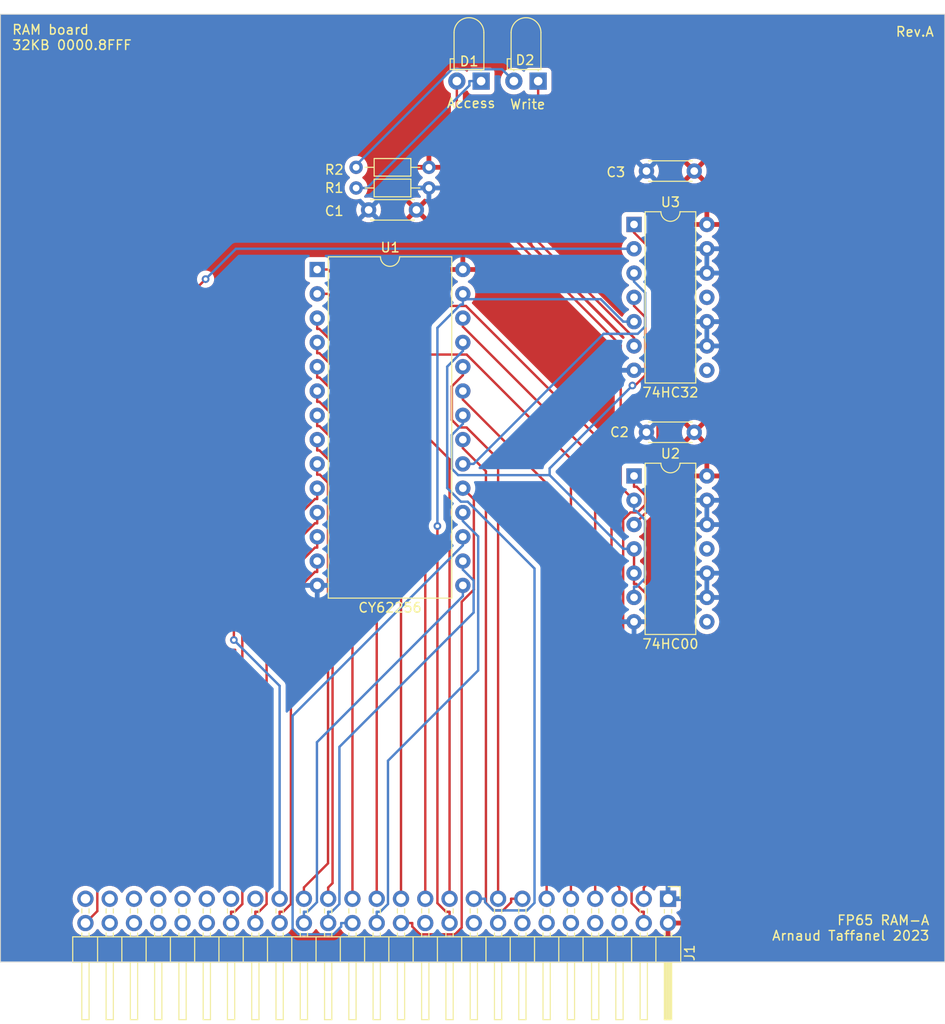
<source format=kicad_pcb>
(kicad_pcb (version 20221018) (generator pcbnew)
  (layers (0 "F.Cu" signal) (31 "B.Cu" signal) (34 "B.Paste" user) (35 "F.Paste" user) (36 "B.SilkS" user "B.Silkscreen") (37 "F.SilkS" user "F.Silkscreen") (38 "B.Mask" user) (39 "F.Mask" user) (44 "Edge.Cuts" user))
  (net 0 "")
  (net 1 "VCC")
  (net 2 "GND")
  (net 3 "/A15")
  (net 4 "/CLK")
  (net 5 "/A14")
  (net 7 "/A13")
  (net 9 "/A12")
  (net 11 "/A11")
  (net 13 "/A10")
  (net 15 "/A9")
  (net 17 "/A8")
  (net 19 "/A7")
  (net 20 "/R{slash}~{W}")
  (net 21 "/A6")
  (net 23 "/A5")
  (net 24 "/D7")
  (net 25 "/A4")
  (net 26 "/D6")
  (net 27 "/A3")
  (net 28 "/D5")
  (net 29 "/A2")
  (net 30 "/D4")
  (net 31 "/A1")
  (net 32 "/D3")
  (net 33 "/A0")
  (net 34 "/D2")
  (net 36 "/D1")
  (net 38 "/D0")
  (net 50 "Net-(U1-~{CS})")
  (net 51 "Net-(U2-Pad3)")
  (net 54 "/~{BUS_SEL}")
  (net 57 "Net-(D1-K)")
  (net 58 "Net-(D1-A)")
  (net 59 "Net-(D2-K)")
  (net 60 "Net-(D2-A)")
  (footprint "Package_DIP:DIP-28_W15.24mm" (layer "F.Cu") (at 140.584 78.496)
    (fp_text reference "U1" (at 7.635 -2.301) (layer "F.SilkS"))
    (fp_text value "CY62256" (at 7.62 35.35) (layer "F.SilkS"))
    (pad "1" thru_hole rect (at 0 0) (size 1.6 1.6) (drill 0.8) (layers "*.Cu" "*.Mask") (net 5 "/A14"))
    (pad "2" thru_hole oval (at 0 2.54) (size 1.6 1.6) (drill 0.8) (layers "*.Cu" "*.Mask") (net 9 "/A12"))
    (pad "3" thru_hole oval (at 0 5.08) (size 1.6 1.6) (drill 0.8) (layers "*.Cu" "*.Mask") (net 19 "/A7"))
    (pad "4" thru_hole oval (at 0 7.62) (size 1.6 1.6) (drill 0.8) (layers "*.Cu" "*.Mask") (net 21 "/A6"))
    (pad "5" thru_hole oval (at 0 10.16) (size 1.6 1.6) (drill 0.8) (layers "*.Cu" "*.Mask") (net 23 "/A5"))
    (pad "6" thru_hole oval (at 0 12.7) (size 1.6 1.6) (drill 0.8) (layers "*.Cu" "*.Mask") (net 25 "/A4"))
    (pad "7" thru_hole oval (at 0 15.24) (size 1.6 1.6) (drill 0.8) (layers "*.Cu" "*.Mask") (net 27 "/A3"))
    (pad "8" thru_hole oval (at 0 17.78) (size 1.6 1.6) (drill 0.8) (layers "*.Cu" "*.Mask") (net 29 "/A2"))
    (pad "9" thru_hole oval (at 0 20.32) (size 1.6 1.6) (drill 0.8) (layers "*.Cu" "*.Mask") (net 31 "/A1"))
    (pad "10" thru_hole oval (at 0 22.86) (size 1.6 1.6) (drill 0.8) (layers "*.Cu" "*.Mask") (net 33 "/A0"))
    (pad "11" thru_hole oval (at 0 25.4) (size 1.6 1.6) (drill 0.8) (layers "*.Cu" "*.Mask") (net 38 "/D0"))
    (pad "12" thru_hole oval (at 0 27.94) (size 1.6 1.6) (drill 0.8) (layers "*.Cu" "*.Mask") (net 36 "/D1"))
    (pad "13" thru_hole oval (at 0 30.48) (size 1.6 1.6) (drill 0.8) (layers "*.Cu" "*.Mask") (net 34 "/D2"))
    (pad "14" thru_hole oval (at 0 33.02) (size 1.6 1.6) (drill 0.8) (layers "*.Cu" "*.Mask") (net 2 "GND"))
    (pad "15" thru_hole oval (at 15.24 33.02) (size 1.6 1.6) (drill 0.8) (layers "*.Cu" "*.Mask") (net 32 "/D3"))
    (pad "16" thru_hole oval (at 15.24 30.48) (size 1.6 1.6) (drill 0.8) (layers "*.Cu" "*.Mask") (net 30 "/D4"))
    (pad "17" thru_hole oval (at 15.24 27.94) (size 1.6 1.6) (drill 0.8) (layers "*.Cu" "*.Mask") (net 28 "/D5"))
    (pad "18" thru_hole oval (at 15.24 25.4) (size 1.6 1.6) (drill 0.8) (layers "*.Cu" "*.Mask") (net 26 "/D6"))
    (pad "19" thru_hole oval (at 15.24 22.86) (size 1.6 1.6) (drill 0.8) (layers "*.Cu" "*.Mask") (net 24 "/D7"))
    (pad "20" thru_hole oval (at 15.24 20.32) (size 1.6 1.6) (drill 0.8) (layers "*.Cu" "*.Mask") (net 50 "Net-(U1-~{CS})"))
    (pad "21" thru_hole oval (at 15.24 17.78) (size 1.6 1.6) (drill 0.8) (layers "*.Cu" "*.Mask") (net 13 "/A10"))
    (pad "22" thru_hole oval (at 15.24 15.24) (size 1.6 1.6) (drill 0.8) (layers "*.Cu" "*.Mask") (net 3 "/A15"))
    (pad "23" thru_hole oval (at 15.24 12.7) (size 1.6 1.6) (drill 0.8) (layers "*.Cu" "*.Mask") (net 11 "/A11"))
    (pad "24" thru_hole oval (at 15.24 10.16) (size 1.6 1.6) (drill 0.8) (layers "*.Cu" "*.Mask") (net 15 "/A9"))
    (pad "25" thru_hole oval (at 15.24 7.62) (size 1.6 1.6) (drill 0.8) (layers "*.Cu" "*.Mask") (net 17 "/A8"))
    (pad "26" thru_hole oval (at 15.24 5.08) (size 1.6 1.6) (drill 0.8) (layers "*.Cu" "*.Mask") (net 7 "/A13"))
    (pad "27" thru_hole oval (at 15.24 2.54) (size 1.6 1.6) (drill 0.8) (layers "*.Cu" "*.Mask") (net 20 "/R{slash}~{W}"))
    (pad "28" thru_hole oval (at 15.24 0) (size 1.6 1.6) (drill 0.8) (layers "*.Cu" "*.Mask") (net 1 "VCC"))
  )
  (footprint "Connector_PinHeader_2.54mm:PinHeader_2x25_P2.54mm_Horizontal" (layer "F.Cu") (at 177.292 144.272 -90)
    (fp_text reference "J1" (at 5.655 -2.27 90) (layer "F.SilkS"))
    (fp_text value "~")
    (pad "1" thru_hole rect (at 0 0 270) (size 1.7 1.7) (drill 1) (layers "*.Cu" "*.Mask") (net 2 "GND"))
    (pad "2" thru_hole oval (at 2.54 0 270) (size 1.7 1.7) (drill 1) (layers "*.Cu" "*.Mask") (net 1 "VCC"))
    (pad "3" thru_hole oval (at 0 2.54 270) (size 1.7 1.7) (drill 1) (layers "*.Cu" "*.Mask") (net 3 "/A15"))
    (pad "4" thru_hole oval (at 2.54 2.54 270) (size 1.7 1.7) (drill 1) (layers "*.Cu" "*.Mask") (net 4 "/CLK"))
    (pad "5" thru_hole oval (at 0 5.08 270) (size 1.7 1.7) (drill 1) (layers "*.Cu" "*.Mask") (net 5 "/A14"))
    (pad "6" thru_hole oval (at 2.54 5.08 270) (size 1.7 1.7) (drill 1) (layers "*.Cu" "*.Mask"))
    (pad "7" thru_hole oval (at 0 7.62 270) (size 1.7 1.7) (drill 1) (layers "*.Cu" "*.Mask") (net 7 "/A13"))
    (pad "8" thru_hole oval (at 2.54 7.62 270) (size 1.7 1.7) (drill 1) (layers "*.Cu" "*.Mask"))
    (pad "9" thru_hole oval (at 0 10.16 270) (size 1.7 1.7) (drill 1) (layers "*.Cu" "*.Mask") (net 9 "/A12"))
    (pad "10" thru_hole oval (at 2.54 10.16 270) (size 1.7 1.7) (drill 1) (layers "*.Cu" "*.Mask"))
    (pad "11" thru_hole oval (at 0 12.7 270) (size 1.7 1.7) (drill 1) (layers "*.Cu" "*.Mask") (net 11 "/A11"))
    (pad "12" thru_hole oval (at 2.54 12.7 270) (size 1.7 1.7) (drill 1) (layers "*.Cu" "*.Mask"))
    (pad "13" thru_hole oval (at 0 15.24 270) (size 1.7 1.7) (drill 1) (layers "*.Cu" "*.Mask") (net 13 "/A10"))
    (pad "14" thru_hole oval (at 2.54 15.24 270) (size 1.7 1.7) (drill 1) (layers "*.Cu" "*.Mask"))
    (pad "15" thru_hole oval (at 0 17.78 270) (size 1.7 1.7) (drill 1) (layers "*.Cu" "*.Mask") (net 15 "/A9"))
    (pad "16" thru_hole oval (at 2.54 17.78 270) (size 1.7 1.7) (drill 1) (layers "*.Cu" "*.Mask"))
    (pad "17" thru_hole oval (at 0 20.32 270) (size 1.7 1.7) (drill 1) (layers "*.Cu" "*.Mask") (net 17 "/A8"))
    (pad "18" thru_hole oval (at 2.54 20.32 270) (size 1.7 1.7) (drill 1) (layers "*.Cu" "*.Mask"))
    (pad "19" thru_hole oval (at 0 22.86 270) (size 1.7 1.7) (drill 1) (layers "*.Cu" "*.Mask") (net 19 "/A7"))
    (pad "20" thru_hole oval (at 2.54 22.86 270) (size 1.7 1.7) (drill 1) (layers "*.Cu" "*.Mask") (net 20 "/R{slash}~{W}"))
    (pad "21" thru_hole oval (at 0 25.4 270) (size 1.7 1.7) (drill 1) (layers "*.Cu" "*.Mask") (net 21 "/A6"))
    (pad "22" thru_hole oval (at 2.54 25.4 270) (size 1.7 1.7) (drill 1) (layers "*.Cu" "*.Mask"))
    (pad "23" thru_hole oval (at 0 27.94 270) (size 1.7 1.7) (drill 1) (layers "*.Cu" "*.Mask") (net 23 "/A5"))
    (pad "24" thru_hole oval (at 2.54 27.94 270) (size 1.7 1.7) (drill 1) (layers "*.Cu" "*.Mask") (net 24 "/D7"))
    (pad "25" thru_hole oval (at 0 30.48 270) (size 1.7 1.7) (drill 1) (layers "*.Cu" "*.Mask") (net 25 "/A4"))
    (pad "26" thru_hole oval (at 2.54 30.48 270) (size 1.7 1.7) (drill 1) (layers "*.Cu" "*.Mask") (net 26 "/D6"))
    (pad "27" thru_hole oval (at 0 33.02 270) (size 1.7 1.7) (drill 1) (layers "*.Cu" "*.Mask") (net 27 "/A3"))
    (pad "28" thru_hole oval (at 2.54 33.02 270) (size 1.7 1.7) (drill 1) (layers "*.Cu" "*.Mask") (net 28 "/D5"))
    (pad "29" thru_hole oval (at 0 35.56 270) (size 1.7 1.7) (drill 1) (layers "*.Cu" "*.Mask") (net 29 "/A2"))
    (pad "30" thru_hole oval (at 2.54 35.56 270) (size 1.7 1.7) (drill 1) (layers "*.Cu" "*.Mask") (net 30 "/D4"))
    (pad "31" thru_hole oval (at 0 38.1 270) (size 1.7 1.7) (drill 1) (layers "*.Cu" "*.Mask") (net 31 "/A1"))
    (pad "32" thru_hole oval (at 2.54 38.1 270) (size 1.7 1.7) (drill 1) (layers "*.Cu" "*.Mask") (net 32 "/D3"))
    (pad "33" thru_hole oval (at 0 40.64 270) (size 1.7 1.7) (drill 1) (layers "*.Cu" "*.Mask") (net 33 "/A0"))
    (pad "34" thru_hole oval (at 2.54 40.64 270) (size 1.7 1.7) (drill 1) (layers "*.Cu" "*.Mask") (net 34 "/D2"))
    (pad "35" thru_hole oval (at 0 43.18 270) (size 1.7 1.7) (drill 1) (layers "*.Cu" "*.Mask"))
    (pad "36" thru_hole oval (at 2.54 43.18 270) (size 1.7 1.7) (drill 1) (layers "*.Cu" "*.Mask") (net 36 "/D1"))
    (pad "37" thru_hole oval (at 0 45.72 270) (size 1.7 1.7) (drill 1) (layers "*.Cu" "*.Mask"))
    (pad "38" thru_hole oval (at 2.54 45.72 270) (size 1.7 1.7) (drill 1) (layers "*.Cu" "*.Mask") (net 38 "/D0"))
    (pad "39" thru_hole oval (at 0 48.26 270) (size 1.7 1.7) (drill 1) (layers "*.Cu" "*.Mask"))
    (pad "40" thru_hole oval (at 2.54 48.26 270) (size 1.7 1.7) (drill 1) (layers "*.Cu" "*.Mask"))
    (pad "41" thru_hole oval (at 0 50.8 270) (size 1.7 1.7) (drill 1) (layers "*.Cu" "*.Mask"))
    (pad "42" thru_hole oval (at 2.54 50.8 270) (size 1.7 1.7) (drill 1) (layers "*.Cu" "*.Mask"))
    (pad "43" thru_hole oval (at 0 53.34 270) (size 1.7 1.7) (drill 1) (layers "*.Cu" "*.Mask"))
    (pad "44" thru_hole oval (at 2.54 53.34 270) (size 1.7 1.7) (drill 1) (layers "*.Cu" "*.Mask"))
    (pad "45" thru_hole oval (at 0 55.88 270) (size 1.7 1.7) (drill 1) (layers "*.Cu" "*.Mask"))
    (pad "46" thru_hole oval (at 2.54 55.88 270) (size 1.7 1.7) (drill 1) (layers "*.Cu" "*.Mask"))
    (pad "47" thru_hole oval (at 0 58.42 270) (size 1.7 1.7) (drill 1) (layers "*.Cu" "*.Mask"))
    (pad "48" thru_hole oval (at 2.54 58.42 270) (size 1.7 1.7) (drill 1) (layers "*.Cu" "*.Mask"))
    (pad "49" thru_hole oval (at 0 60.96 270) (size 1.7 1.7) (drill 1) (layers "*.Cu" "*.Mask"))
    (pad "50" thru_hole oval (at 2.54 60.96 270) (size 1.7 1.7) (drill 1) (layers "*.Cu" "*.Mask") (net 54 "/~{BUS_SEL}"))
  )
  (footprint "Capacitor_THT:C_Disc_D4.3mm_W1.9mm_P5.00mm" (layer "F.Cu") (at 150.963 72.263 180)
    (fp_text reference "C1" (at 8.596 -0.122) (layer "F.SilkS"))
    (fp_text value "10p")
    (pad "1" thru_hole circle (at 0 0 180) (size 1.6 1.6) (drill 0.8) (layers "*.Cu" "*.Mask") (net 1 "VCC"))
    (pad "2" thru_hole circle (at 5 0 180) (size 1.6 1.6) (drill 0.8) (layers "*.Cu" "*.Mask") (net 2 "GND"))
  )
  (footprint "Package_DIP:DIP-14_W7.62mm" (layer "F.Cu") (at 173.736 100.076)
    (fp_text reference "U2" (at 3.81 -2.33) (layer "F.SilkS"))
    (fp_text value "74HC00" (at 3.81 17.57) (layer "F.SilkS"))
    (pad "1" thru_hole rect (at 0 0) (size 1.6 1.6) (drill 0.8) (layers "*.Cu" "*.Mask") (net 4 "/CLK"))
    (pad "2" thru_hole oval (at 0 2.54) (size 1.6 1.6) (drill 0.8) (layers "*.Cu" "*.Mask") (net 58 "Net-(D1-A)"))
    (pad "3" thru_hole oval (at 0 5.08) (size 1.6 1.6) (drill 0.8) (layers "*.Cu" "*.Mask") (net 51 "Net-(U2-Pad3)"))
    (pad "4" thru_hole oval (at 0 7.62) (size 1.6 1.6) (drill 0.8) (layers "*.Cu" "*.Mask") (net 3 "/A15"))
    (pad "5" thru_hole oval (at 0 10.16) (size 1.6 1.6) (drill 0.8) (layers "*.Cu" "*.Mask") (net 3 "/A15"))
    (pad "6" thru_hole oval (at 0 12.7) (size 1.6 1.6) (drill 0.8) (layers "*.Cu" "*.Mask") (net 58 "Net-(D1-A)"))
    (pad "7" thru_hole oval (at 0 15.24) (size 1.6 1.6) (drill 0.8) (layers "*.Cu" "*.Mask") (net 2 "GND"))
    (pad "8" thru_hole oval (at 7.62 15.24) (size 1.6 1.6) (drill 0.8) (layers "*.Cu" "*.Mask"))
    (pad "9" thru_hole oval (at 7.62 12.7) (size 1.6 1.6) (drill 0.8) (layers "*.Cu" "*.Mask") (net 2 "GND"))
    (pad "10" thru_hole oval (at 7.62 10.16) (size 1.6 1.6) (drill 0.8) (layers "*.Cu" "*.Mask") (net 2 "GND"))
    (pad "11" thru_hole oval (at 7.62 7.62) (size 1.6 1.6) (drill 0.8) (layers "*.Cu" "*.Mask"))
    (pad "12" thru_hole oval (at 7.62 5.08) (size 1.6 1.6) (drill 0.8) (layers "*.Cu" "*.Mask") (net 2 "GND"))
    (pad "13" thru_hole oval (at 7.62 2.54) (size 1.6 1.6) (drill 0.8) (layers "*.Cu" "*.Mask") (net 2 "GND"))
    (pad "14" thru_hole oval (at 7.62 0) (size 1.6 1.6) (drill 0.8) (layers "*.Cu" "*.Mask") (net 1 "VCC"))
  )
  (footprint "Package_DIP:DIP-14_W7.62mm" (layer "F.Cu") (at 173.736 73.787)
    (fp_text reference "U3" (at 3.81 -2.33) (layer "F.SilkS"))
    (fp_text value "74HC32" (at 3.81 17.57) (layer "F.SilkS"))
    (pad "1" thru_hole rect (at 0 0) (size 1.6 1.6) (drill 0.8) (layers "*.Cu" "*.Mask") (net 51 "Net-(U2-Pad3)"))
    (pad "2" thru_hole oval (at 0 2.54) (size 1.6 1.6) (drill 0.8) (layers "*.Cu" "*.Mask") (net 54 "/~{BUS_SEL}"))
    (pad "3" thru_hole oval (at 0 5.08) (size 1.6 1.6) (drill 0.8) (layers "*.Cu" "*.Mask") (net 50 "Net-(U1-~{CS})"))
    (pad "4" thru_hole oval (at 0 7.62) (size 1.6 1.6) (drill 0.8) (layers "*.Cu" "*.Mask") (net 3 "/A15"))
    (pad "5" thru_hole oval (at 0 10.16) (size 1.6 1.6) (drill 0.8) (layers "*.Cu" "*.Mask") (net 20 "/R{slash}~{W}"))
    (pad "6" thru_hole oval (at 0 12.7) (size 1.6 1.6) (drill 0.8) (layers "*.Cu" "*.Mask") (net 59 "Net-(D2-K)"))
    (pad "7" thru_hole oval (at 0 15.24) (size 1.6 1.6) (drill 0.8) (layers "*.Cu" "*.Mask") (net 2 "GND"))
    (pad "8" thru_hole oval (at 7.62 15.24) (size 1.6 1.6) (drill 0.8) (layers "*.Cu" "*.Mask"))
    (pad "9" thru_hole oval (at 7.62 12.7) (size 1.6 1.6) (drill 0.8) (layers "*.Cu" "*.Mask") (net 2 "GND"))
    (pad "10" thru_hole oval (at 7.62 10.16) (size 1.6 1.6) (drill 0.8) (layers "*.Cu" "*.Mask") (net 2 "GND"))
    (pad "11" thru_hole oval (at 7.62 7.62) (size 1.6 1.6) (drill 0.8) (layers "*.Cu" "*.Mask"))
    (pad "12" thru_hole oval (at 7.62 5.08) (size 1.6 1.6) (drill 0.8) (layers "*.Cu" "*.Mask") (net 2 "GND"))
    (pad "13" thru_hole oval (at 7.62 2.54) (size 1.6 1.6) (drill 0.8) (layers "*.Cu" "*.Mask") (net 2 "GND"))
    (pad "14" thru_hole oval (at 7.62 0) (size 1.6 1.6) (drill 0.8) (layers "*.Cu" "*.Mask") (net 1 "VCC"))
  )
  (footprint "Capacitor_THT:C_Disc_D4.3mm_W1.9mm_P5.00mm" (layer "F.Cu") (at 180.036 68.204 180)
    (fp_text reference "C3" (at 8.205 -0.122) (layer "F.SilkS"))
    (fp_text value "10n")
    (pad "1" thru_hole circle (at 0 0 180) (size 1.6 1.6) (drill 0.8) (layers "*.Cu" "*.Mask") (net 1 "VCC"))
    (pad "2" thru_hole circle (at 5 0 180) (size 1.6 1.6) (drill 0.8) (layers "*.Cu" "*.Mask") (net 2 "GND"))
  )
  (footprint "Resistor_THT:R_Axial_DIN0204_L3.6mm_D1.6mm_P7.62mm_Horizontal" (layer "F.Cu") (at 144.653 67.813)
    (fp_text reference "R2" (at -2.286 0.254) (layer "F.SilkS"))
    (fp_text value "1K")
    (pad "1" thru_hole circle (at 0 0) (size 1.4 1.4) (drill 0.7) (layers "*.Cu" "*.Mask") (net 60 "Net-(D2-A)"))
    (pad "2" thru_hole oval (at 7.62 0) (size 1.4 1.4) (drill 0.7) (layers "*.Cu" "*.Mask") (net 1 "VCC"))
  )
  (footprint "LED_THT:LED_D3.0mm_Horizontal_O1.27mm_Z2.0mm" (layer "F.Cu") (at 163.703 58.801 180)
    (fp_text reference "D2" (at 1.377 2.19) (layer "F.SilkS"))
    (fp_text value "LED")
    (pad "1" thru_hole rect (at 0 0 180) (size 1.8 1.8) (drill 0.9) (layers "*.Cu" "*.Mask") (net 59 "Net-(D2-K)"))
    (pad "2" thru_hole circle (at 2.54 0 180) (size 1.8 1.8) (drill 0.9) (layers "*.Cu" "*.Mask") (net 60 "Net-(D2-A)"))
  )
  (footprint "Resistor_THT:R_Axial_DIN0204_L3.6mm_D1.6mm_P7.62mm_Horizontal" (layer "F.Cu") (at 144.653 69.972)
    (fp_text reference "R1" (at -2.286 0) (layer "F.SilkS"))
    (fp_text value "1K")
    (pad "1" thru_hole circle (at 0 0) (size 1.4 1.4) (drill 0.7) (layers "*.Cu" "*.Mask") (net 57 "Net-(D1-K)"))
    (pad "2" thru_hole oval (at 7.62 0) (size 1.4 1.4) (drill 0.7) (layers "*.Cu" "*.Mask") (net 2 "GND"))
  )
  (footprint "LED_THT:LED_D3.0mm_Horizontal_O1.27mm_Z2.0mm" (layer "F.Cu") (at 157.734 58.801 180)
    (fp_text reference "D1" (at 1.25 2.063) (layer "F.SilkS"))
    (fp_text value "LED")
    (pad "1" thru_hole rect (at 0 0 180) (size 1.8 1.8) (drill 0.9) (layers "*.Cu" "*.Mask") (net 57 "Net-(D1-K)"))
    (pad "2" thru_hole circle (at 2.54 0 180) (size 1.8 1.8) (drill 0.9) (layers "*.Cu" "*.Mask") (net 58 "Net-(D1-A)"))
  )
  (footprint "Capacitor_THT:C_Disc_D4.3mm_W1.9mm_P5.00mm" (layer "F.Cu") (at 180.036 95.509 180)
    (fp_text reference "C2" (at 7.824 0.005) (layer "F.SilkS"))
    (fp_text value "10p")
    (pad "1" thru_hole circle (at 0 0 180) (size 1.6 1.6) (drill 0.8) (layers "*.Cu" "*.Mask") (net 1 "VCC"))
    (pad "2" thru_hole circle (at 5 0 180) (size 1.6 1.6) (drill 0.8) (layers "*.Cu" "*.Mask") (net 2 "GND"))
  )
  (gr_line (start 206.248 51.816) (end 206.248 150.876) (stroke (width 0.1)) (layer "Edge.Cuts"))
  (gr_line (start 107.442 51.816) (end 206.248 51.816) (stroke (width 0.1)) (layer "Edge.Cuts"))
  (gr_line (start 206.248 150.876) (end 107.442 150.876) (stroke (width 0.1)) (layer "Edge.Cuts"))
  (gr_line (start 107.442 150.876) (end 107.442 51.816) (stroke (width 0.1)) (layer "Edge.Cuts"))
  (gr_text "Write" (at 160.675 61.818) (layer "F.SilkS") (effects (font (size 1 1)) (justify left bottom)))
  (gr_text "Access" (at 154.071 61.691) (layer "F.SilkS") (effects (font (size 1 1)) (justify left bottom)))
  (gr_text "FP65 RAM-A\nArnaud Taffanel 2023" (at 204.724 148.717) (layer "F.SilkS") (effects (font (size 1 1)) (justify right bottom)))
  (gr_text "Rev.A" (at 201.041 54.229) (layer "F.SilkS") (effects (font (size 1 1)) (justify left bottom)))
  (gr_text "RAM board\n32KB 0000.8FFF" (at 108.585 55.626) (layer "F.SilkS") (effects (font (size 1 1)) (justify left bottom)))
  (segment (start 173.8435 90.6235) (end 174.9055 89.5615) (width 0.25) (layer "F.Cu") (net 3))
  (segment (start 174.9055 83.4699) (end 173.736 82.3004) (width 0.25) (layer "F.Cu") (net 3))
  (segment (start 173.5665 90.6235) (end 173.8435 90.6235) (width 0.25) (layer "F.Cu") (net 3))
  (segment (start 173.736 82.3004) (end 173.736 81.407) (width 0.25) (layer "F.Cu") (net 3))
  (segment (start 173.736 110.236) (end 173.736 111.3629) (width 0.25) (layer "F.Cu") (net 3))
  (segment (start 173.736 111.3629) (end 173.9695 111.3629) (width 0.25) (layer "F.Cu") (net 3))
  (segment (start 174.9513 142.8958) (end 174.752 143.0951) (width 0.25) (layer "F.Cu") (net 3))
  (segment (start 173.9695 111.3629) (end 174.9513 112.3447) (width 0.25) (layer "F.Cu") (net 3))
  (segment (start 174.752 144.272) (end 174.752 143.0951) (width 0.25) (layer "F.Cu") (net 3))
  (segment (start 173.736 110.236) (end 173.736 107.696) (width 0.25) (layer "F.Cu") (net 3))
  (segment (start 174.9513 112.3447) (end 174.9513 142.8958) (width 0.25) (layer "F.Cu") (net 3))
  (segment (start 174.9055 89.5615) (end 174.9055 83.4699) (width 0.25) (layer "F.Cu") (net 3))
  (via (at 173.5665 90.6235) (size 0.8) (drill 0.4) (layers "F.Cu" "B.Cu") (net 3))
  (segment (start 164.904 99.9909) (end 172.6091 107.696) (width 0.25) (layer "B.Cu") (net 3))
  (segment (start 155.824 94.6294) (end 154.6685 95.7849) (width 0.25) (layer "B.Cu") (net 3))
  (segment (start 164.904 99.286) (end 173.5665 90.6235) (width 0.25) (layer "B.Cu") (net 3))
  (segment (start 154.6685 99.3256) (end 155.3338 99.9909) (width 0.25) (layer "B.Cu") (net 3))
  (segment (start 154.6685 95.7849) (end 154.6685 99.3256) (width 0.25) (layer "B.Cu") (net 3))
  (segment (start 155.3338 99.9909) (end 164.904 99.9909) (width 0.25) (layer "B.Cu") (net 3))
  (segment (start 164.904 99.9909) (end 164.904 99.286) (width 0.25) (layer "B.Cu") (net 3))
  (segment (start 155.824 93.736) (end 155.824 94.6294) (width 0.25) (layer "B.Cu") (net 3))
  (segment (start 173.736 107.696) (end 172.6091 107.696) (width 0.25) (layer "B.Cu") (net 3))
  (segment (start 173.3633 103.886) (end 172.5995 104.6498) (width 0.25) (layer "F.Cu") (net 4))
  (segment (start 173.482 144.7309) (end 174.3862 145.6351) (width 0.25) (layer "F.Cu") (net 4))
  (segment (start 174.1159 103.886) (end 173.3633 103.886) (width 0.25) (layer "F.Cu") (net 4))
  (segment (start 174.9019 102.0871) (end 174.9019 103.1) (width 0.25) (layer "F.Cu") (net 4))
  (segment (start 172.5995 129.2342) (end 173.482 130.1167) (width 0.25) (layer "F.Cu") (net 4))
  (segment (start 174.752 146.812) (end 174.752 145.6351) (width 0.25) (layer "F.Cu") (net 4))
  (segment (start 173.482 130.1167) (end 173.482 144.7309) (width 0.25) (layer "F.Cu") (net 4))
  (segment (start 174.0177 101.2029) (end 174.9019 102.0871) (width 0.25) (layer "F.Cu") (net 4))
  (segment (start 173.736 101.2029) (end 174.0177 101.2029) (width 0.25) (layer "F.Cu") (net 4))
  (segment (start 174.3862 145.6351) (end 174.752 145.6351) (width 0.25) (layer "F.Cu") (net 4))
  (segment (start 172.5995 104.6498) (end 172.5995 129.2342) (width 0.25) (layer "F.Cu") (net 4))
  (segment (start 174.9019 103.1) (end 174.1159 103.886) (width 0.25) (layer "F.Cu") (net 4))
  (segment (start 173.736 100.076) (end 173.736 101.2029) (width 0.25) (layer "F.Cu") (net 4))
  (segment (start 172.212 144.272) (end 172.212 143.0951) (width 0.25) (layer "F.Cu") (net 5))
  (segment (start 145.5209 82.306) (end 156.1506 82.306) (width 0.25) (layer "F.Cu") (net 5))
  (segment (start 141.7109 78.496) (end 145.5209 82.306) (width 0.25) (layer "F.Cu") (net 5))
  (segment (start 156.1506 82.306) (end 171.3798 97.5352) (width 0.25) (layer "F.Cu") (net 5))
  (segment (start 171.3798 97.5352) (end 171.3798 142.2629) (width 0.25) (layer "F.Cu") (net 5))
  (segment (start 140.584 78.496) (end 141.7109 78.496) (width 0.25) (layer "F.Cu") (net 5))
  (segment (start 171.3798 142.2629) (end 172.212 143.0951) (width 0.25) (layer "F.Cu") (net 5))
  (segment (start 155.824 83.576) (end 155.824 84.4694) (width 0.25) (layer "F.Cu") (net 7))
  (segment (start 155.824 84.4694) (end 169.672 98.3174) (width 0.25) (layer "F.Cu") (net 7))
  (segment (start 169.672 98.3174) (end 169.672 144.272) (width 0.25) (layer "F.Cu") (net 7))
  (segment (start 141.7109 81.036) (end 148.0609 87.386) (width 0.25) (layer "F.Cu") (net 9))
  (segment (start 167.132 98.2989) (end 167.132 144.272) (width 0.25) (layer "F.Cu") (net 9))
  (segment (start 140.584 81.036) (end 141.7109 81.036) (width 0.25) (layer "F.Cu") (net 9))
  (segment (start 156.2191 87.386) (end 167.132 98.2989) (width 0.25) (layer "F.Cu") (net 9))
  (segment (start 148.0609 87.386) (end 156.2191 87.386) (width 0.25) (layer "F.Cu") (net 9))
  (segment (start 155.824 91.196) (end 155.824 92.0894) (width 0.25) (layer "F.Cu") (net 11))
  (segment (start 155.824 92.0894) (end 164.592 100.8574) (width 0.25) (layer "F.Cu") (net 11))
  (segment (start 164.592 100.8574) (end 164.592 144.272) (width 0.25) (layer "F.Cu") (net 11))
  (segment (start 159.0287 145.4896) (end 158.2379 144.6988) (width 0.25) (layer "F.Cu") (net 13))
  (segment (start 158.2379 99.5833) (end 155.824 97.1694) (width 0.25) (layer "F.Cu") (net 13))
  (segment (start 162.052 144.272) (end 160.8751 144.272) (width 0.25) (layer "F.Cu") (net 13))
  (segment (start 160.8751 144.272) (end 160.8751 144.6398) (width 0.25) (layer "F.Cu") (net 13))
  (segment (start 158.2379 144.6988) (end 158.2379 99.5833) (width 0.25) (layer "F.Cu") (net 13))
  (segment (start 160.8751 144.6398) (end 160.0253 145.4896) (width 0.25) (layer "F.Cu") (net 13))
  (segment (start 160.0253 145.4896) (end 159.0287 145.4896) (width 0.25) (layer "F.Cu") (net 13))
  (segment (start 155.824 97.1694) (end 155.824 96.276) (width 0.25) (layer "F.Cu") (net 13))
  (segment (start 154.6707 90.7027) (end 155.824 89.5494) (width 0.25) (layer "F.Cu") (net 15))
  (segment (start 159.512 144.272) (end 159.512 98.3074) (width 0.25) (layer "F.Cu") (net 15))
  (segment (start 154.6707 94.2221) (end 154.6707 90.7027) (width 0.25) (layer "F.Cu") (net 15))
  (segment (start 155.4546 95.006) (end 154.6707 94.2221) (width 0.25) (layer "F.Cu") (net 15))
  (segment (start 156.2106 95.006) (end 155.4546 95.006) (width 0.25) (layer "F.Cu") (net 15))
  (segment (start 155.824 89.5494) (end 155.824 88.656) (width 0.25) (layer "F.Cu") (net 15))
  (segment (start 159.512 98.3074) (end 156.2106 95.006) (width 0.25) (layer "F.Cu") (net 15))
  (segment (start 163.322 109.755) (end 163.322 144.7029) (width 0.25) (layer "B.Cu") (net 17))
  (segment (start 154.1865 88.649) (end 154.1865 101.3374) (width 0.25) (layer "B.Cu") (net 17))
  (segment (start 156.3322 102.7652) (end 163.322 109.755) (width 0.25) (layer "B.Cu") (net 17))
  (segment (start 158.1489 144.6398) (end 158.1489 144.272) (width 0.25) (layer "B.Cu") (net 17))
  (segment (start 155.824 86.116) (end 155.824 87.0115) (width 0.25) (layer "B.Cu") (net 17))
  (segment (start 158.9987 145.4896) (end 158.1489 144.6398) (width 0.25) (layer "B.Cu") (net 17))
  (segment (start 158.1489 144.272) (end 156.972 144.272) (width 0.25) (layer "B.Cu") (net 17))
  (segment (start 155.824 87.0115) (end 154.1865 88.649) (width 0.25) (layer "B.Cu") (net 17))
  (segment (start 163.322 144.7029) (end 162.5353 145.4896) (width 0.25) (layer "B.Cu") (net 17))
  (segment (start 154.1865 101.3374) (end 155.6143 102.7652) (width 0.25) (layer "B.Cu") (net 17))
  (segment (start 155.6143 102.7652) (end 156.3322 102.7652) (width 0.25) (layer "B.Cu") (net 17))
  (segment (start 162.5353 145.4896) (end 158.9987 145.4896) (width 0.25) (layer "B.Cu") (net 17))
  (segment (start 140.584 83.576) (end 140.584 84.7029) (width 0.25) (layer "F.Cu") (net 19))
  (segment (start 154.432 98.3347) (end 140.8002 84.7029) (width 0.25) (layer "F.Cu") (net 19))
  (segment (start 140.8002 84.7029) (end 140.584 84.7029) (width 0.25) (layer "F.Cu") (net 19))
  (segment (start 154.432 144.272) (end 154.432 98.3347) (width 0.25) (layer "F.Cu") (net 19))
  (segment (start 154.432 145.6351) (end 154.0642 145.6351) (width 0.25) (layer "F.Cu") (net 20))
  (segment (start 154.0642 145.6351) (end 153.162 144.7329) (width 0.25) (layer "F.Cu") (net 20))
  (segment (start 153.162 144.7329) (end 153.162 105.3164) (width 0.25) (layer "F.Cu") (net 20))
  (segment (start 154.432 146.812) (end 154.432 145.6351) (width 0.25) (layer "F.Cu") (net 20))
  (via (at 153.162 105.3164) (size 0.8) (drill 0.4) (layers "F.Cu" "B.Cu") (net 20))
  (segment (start 173.736 83.947) (end 172.6091 83.947) (width 0.25) (layer "B.Cu") (net 20))
  (segment (start 155.824 81.5994) (end 170.2615 81.5994) (width 0.25) (layer "B.Cu") (net 20))
  (segment (start 170.2615 81.5994) (end 172.6091 83.947) (width 0.25) (layer "B.Cu") (net 20))
  (segment (start 155.824 81.036) (end 155.824 81.5994) (width 0.25) (layer "B.Cu") (net 20))
  (segment (start 155.5905 82.1629) (end 155.824 82.1629) (width 0.25) (layer "B.Cu") (net 20))
  (segment (start 153.162 105.3164) (end 153.162 84.5914) (width 0.25) (layer "B.Cu") (net 20))
  (segment (start 153.162 84.5914) (end 155.5905 82.1629) (width 0.25) (layer "B.Cu") (net 20))
  (segment (start 155.824 81.5994) (end 155.824 82.1629) (width 0.25) (layer "B.Cu") (net 20))
  (segment (start 140.8175 87.2429) (end 140.584 87.2429) (width 0.25) (layer "F.Cu") (net 21))
  (segment (start 151.892 98.3174) (end 140.8175 87.2429) (width 0.25) (layer "F.Cu") (net 21))
  (segment (start 151.892 144.272) (end 151.892 98.3174) (width 0.25) (layer "F.Cu") (net 21))
  (segment (start 140.584 86.116) (end 140.584 87.2429) (width 0.25) (layer "F.Cu") (net 21))
  (segment (start 140.8175 89.7829) (end 149.352 98.3174) (width 0.25) (layer "F.Cu") (net 23))
  (segment (start 149.352 98.3174) (end 149.352 144.272) (width 0.25) (layer "F.Cu") (net 23))
  (segment (start 140.584 88.656) (end 140.584 89.7829) (width 0.25) (layer "F.Cu") (net 23))
  (segment (start 140.584 89.7829) (end 140.8175 89.7829) (width 0.25) (layer "F.Cu") (net 23))
  (segment (start 155.702 147.2896) (end 155.702 113.2317) (width 0.25) (layer "F.Cu") (net 24))
  (segment (start 149.352 146.812) (end 150.5289 146.812) (width 0.25) (layer "F.Cu") (net 24))
  (segment (start 155.0013 147.9903) (end 155.702 147.2896) (width 0.25) (layer "F.Cu") (net 24))
  (segment (start 151.3394 147.9903) (end 155.0013 147.9903) (width 0.25) (layer "F.Cu") (net 24))
  (segment (start 155.702 113.2317) (end 156.9734 111.9603) (width 0.25) (layer "F.Cu") (net 24))
  (segment (start 156.9734 111.9603) (end 156.9734 102.5054) (width 0.25) (layer "F.Cu") (net 24))
  (segment (start 150.5289 147.1798) (end 151.3394 147.9903) (width 0.25) (layer "F.Cu") (net 24))
  (segment (start 150.5289 146.812) (end 150.5289 147.1798) (width 0.25) (layer "F.Cu") (net 24))
  (segment (start 156.9734 102.5054) (end 155.824 101.356) (width 0.25) (layer "F.Cu") (net 24))
  (segment (start 140.584 91.196) (end 140.584 92.3229) (width 0.25) (layer "F.Cu") (net 25))
  (segment (start 146.812 144.272) (end 146.812 98.3174) (width 0.25) (layer "F.Cu") (net 25))
  (segment (start 140.8175 92.3229) (end 140.584 92.3229) (width 0.25) (layer "F.Cu") (net 25))
  (segment (start 146.812 98.3174) (end 140.8175 92.3229) (width 0.25) (layer "F.Cu") (net 25))
  (segment (start 147.9889 144.8261) (end 147.1799 145.6351) (width 0.25) (layer "B.Cu") (net 26))
  (segment (start 155.824 104.7894) (end 157.4284 106.3938) (width 0.25) (layer "B.Cu") (net 26))
  (segment (start 146.812 145.6351) (end 146.812 146.812) (width 0.25) (layer "B.Cu") (net 26))
  (segment (start 155.824 103.896) (end 155.824 104.7894) (width 0.25) (layer "B.Cu") (net 26))
  (segment (start 147.1799 145.6351) (end 146.812 145.6351) (width 0.25) (layer "B.Cu") (net 26))
  (segment (start 147.9889 129.8438) (end 147.9889 144.8261) (width 0.25) (layer "B.Cu") (net 26))
  (segment (start 157.4284 120.4043) (end 147.9889 129.8438) (width 0.25) (layer "B.Cu") (net 26))
  (segment (start 157.4284 106.3938) (end 157.4284 120.4043) (width 0.25) (layer "B.Cu") (net 26))
  (segment (start 140.8175 94.8629) (end 144.272 98.3174) (width 0.25) (layer "F.Cu") (net 27))
  (segment (start 144.272 98.3174) (end 144.272 144.272) (width 0.25) (layer "F.Cu") (net 27))
  (segment (start 140.584 93.736) (end 140.584 94.8629) (width 0.25) (layer "F.Cu") (net 27))
  (segment (start 140.584 94.8629) (end 140.8175 94.8629) (width 0.25) (layer "F.Cu") (net 27))
  (segment (start 138.0096 147.3772) (end 138.0096 125.1438) (width 0.25) (layer "B.Cu") (net 28))
  (segment (start 138.6227 147.9903) (end 138.0096 147.3772) (width 0.25) (layer "B.Cu") (net 28))
  (segment (start 142.2846 147.9903) (end 138.6227 147.9903) (width 0.25) (layer "B.Cu") (net 28))
  (segment (start 155.824 107.3294) (end 155.824 106.436) (width 0.25) (layer "B.Cu") (net 28))
  (segment (start 138.0096 125.1438) (end 155.824 107.3294) (width 0.25) (layer "B.Cu") (net 28))
  (segment (start 144.272 146.812) (end 143.0951 146.812) (width 0.25) (layer "B.Cu") (net 28))
  (segment (start 143.0951 147.1798) (end 142.2846 147.9903) (width 0.25) (layer "B.Cu") (net 28))
  (segment (start 143.0951 146.812) (end 143.0951 147.1798) (width 0.25) (layer "B.Cu") (net 28))
  (segment (start 142.1906 98.776) (end 140.8175 97.4029) (width 0.25) (layer "F.Cu") (net 29))
  (segment (start 141.732 144.272) (end 141.732 143.0951) (width 0.25) (layer "F.Cu") (net 29))
  (segment (start 141.732 143.0951) (end 142.1906 142.6365) (width 0.25) (layer "F.Cu") (net 29))
  (segment (start 142.1906 142.6365) (end 142.1906 98.776) (width 0.25) (layer "F.Cu") (net 29))
  (segment (start 140.8175 97.4029) (end 140.584 97.4029) (width 0.25) (layer "F.Cu") (net 29))
  (segment (start 140.584 96.276) (end 140.584 97.4029) (width 0.25) (layer "F.Cu") (net 29))
  (segment (start 142.9089 128.3965) (end 156.9509 114.3545) (width 0.25) (layer "B.Cu") (net 30))
  (segment (start 141.732 146.812) (end 141.732 145.6351) (width 0.25) (layer "B.Cu") (net 30))
  (segment (start 142.0999 145.6351) (end 142.9089 144.8261) (width 0.25) (layer "B.Cu") (net 30))
  (segment (start 156.9509 114.3545) (end 156.9509 110.9963) (width 0.25) (layer "B.Cu") (net 30))
  (segment (start 156.9509 110.9963) (end 155.824 109.8694) (width 0.25) (layer "B.Cu") (net 30))
  (segment (start 142.9089 144.8261) (end 142.9089 128.3965) (width 0.25) (layer "B.Cu") (net 30))
  (segment (start 155.824 109.8694) (end 155.824 108.976) (width 0.25) (layer "B.Cu") (net 30))
  (segment (start 141.732 145.6351) (end 142.0999 145.6351) (width 0.25) (layer "B.Cu") (net 30))
  (segment (start 140.584 98.816) (end 140.584 99.9429) (width 0.25) (layer "F.Cu") (net 31))
  (segment (start 141.7145 140.5726) (end 139.192 143.0951) (width 0.25) (layer "F.Cu") (net 31))
  (segment (start 140.584 99.9429) (end 140.8657 99.9429) (width 0.25) (layer "F.Cu") (net 31))
  (segment (start 139.192 144.272) (end 139.192 143.0951) (width 0.25) (layer "F.Cu") (net 31))
  (segment (start 141.7145 100.7917) (end 141.7145 140.5726) (width 0.25) (layer "F.Cu") (net 31))
  (segment (start 140.8657 99.9429) (end 141.7145 100.7917) (width 0.25) (layer "F.Cu") (net 31))
  (segment (start 139.192 146.812) (end 139.192 145.6351) (width 0.25) (layer "B.Cu") (net 32))
  (segment (start 155.824 111.516) (end 155.824 112.6429) (width 0.25) (layer "B.Cu") (net 32))
  (segment (start 140.5551 144.6378) (end 139.5578 145.6351) (width 0.25) (layer "B.Cu") (net 32))
  (segment (start 139.5578 145.6351) (end 139.192 145.6351) (width 0.25) (layer "B.Cu") (net 32))
  (segment (start 155.824 112.6429) (end 140.5551 127.9118) (width 0.25) (layer "B.Cu") (net 32))
  (segment (start 140.5551 127.9118) (end 140.5551 144.6378) (width 0.25) (layer "B.Cu") (net 32))
  (segment (start 131.8639 117.2276) (end 131.8639 110.9695) (width 0.25) (layer "F.Cu") (net 33))
  (segment (start 140.584 101.356) (end 140.584 102.4829) (width 0.25) (layer "F.Cu") (net 33))
  (segment (start 140.3505 102.4829) (end 140.584 102.4829) (width 0.25) (layer "F.Cu") (net 33))
  (segment (start 131.8639 110.9695) (end 140.3505 102.4829) (width 0.25) (layer "F.Cu") (net 33))
  (via (at 131.8639 117.2276) (size 0.8) (drill 0.4) (layers "F.Cu" "B.Cu") (net 33))
  (segment (start 136.652 122.0157) (end 131.8639 117.2276) (width 0.25) (layer "B.Cu") (net 33))
  (segment (start 136.652 144.272) (end 136.652 122.0157) (width 0.25) (layer "B.Cu") (net 33))
  (segment (start 140.3505 110.1029) (end 140.584 110.1029) (width 0.25) (layer "F.Cu") (net 34))
  (segment (start 137.8289 144.8261) (end 137.8289 112.6245) (width 0.25) (layer "F.Cu") (net 34))
  (segment (start 137.0199 145.6351) (end 137.8289 144.8261) (width 0.25) (layer "F.Cu") (net 34))
  (segment (start 136.652 145.6351) (end 137.0199 145.6351) (width 0.25) (layer "F.Cu") (net 34))
  (segment (start 137.8289 112.6245) (end 140.3505 110.1029) (width 0.25) (layer "F.Cu") (net 34))
  (segment (start 136.652 146.812) (end 136.652 145.6351) (width 0.25) (layer "F.Cu") (net 34))
  (segment (start 140.584 108.976) (end 140.584 110.1029) (width 0.25) (layer "F.Cu") (net 34))
  (segment (start 135.2889 112.6245) (end 140.3505 107.5629) (width 0.25) (layer "F.Cu") (net 36))
  (segment (start 135.2889 144.8261) (end 135.2889 112.6245) (width 0.25) (layer "F.Cu") (net 36))
  (segment (start 140.3505 107.5629) (end 140.584 107.5629) (width 0.25) (layer "F.Cu") (net 36))
  (segment (start 134.4799 145.6351) (end 135.2889 144.8261) (width 0.25) (layer "F.Cu") (net 36))
  (segment (start 134.112 145.6351) (end 134.4799 145.6351) (width 0.25) (layer "F.Cu") (net 36))
  (segment (start 140.584 106.436) (end 140.584 107.5629) (width 0.25) (layer "F.Cu") (net 36))
  (segment (start 134.112 146.812) (end 134.112 145.6351) (width 0.25) (layer "F.Cu") (net 36))
  (segment (start 131.572 145.6351) (end 131.9399 145.6351) (width 0.25) (layer "F.Cu") (net 38))
  (segment (start 132.7489 112.6245) (end 140.3505 105.0229) (width 0.25) (layer "F.Cu") (net 38))
  (segment (start 131.9399 145.6351) (end 132.7489 144.8261) (width 0.25) (layer "F.Cu") (net 38))
  (segment (start 131.572 146.812) (end 131.572 145.6351) (width 0.25) (layer "F.Cu") (net 38))
  (segment (start 140.584 103.896) (end 140.584 105.0229) (width 0.25) (layer "F.Cu") (net 38))
  (segment (start 132.7489 144.8261) (end 132.7489 112.6245) (width 0.25) (layer "F.Cu") (net 38))
  (segment (start 140.3505 105.0229) (end 140.584 105.0229) (width 0.25) (layer "F.Cu") (net 38))
  (segment (start 174.8952 84.4508) (end 174.8952 80.9196) (width 0.25) (layer "B.Cu") (net 50))
  (segment (start 173.736 79.7604) (end 173.736 78.867) (width 0.25) (layer "B.Cu") (net 50))
  (segment (start 155.824 98.816) (end 156.9509 98.816) (width 0.25) (layer "B.Cu") (net 50))
  (segment (start 156.9509 98.816) (end 170.5499 85.217) (width 0.25) (layer "B.Cu") (net 50))
  (segment (start 170.5499 85.217) (end 174.129 85.217) (width 0.25) (layer "B.Cu") (net 50))
  (segment (start 174.129 85.217) (end 174.8952 84.4508) (width 0.25) (layer "B.Cu") (net 50))
  (segment (start 174.8952 80.9196) (end 173.736 79.7604) (width 0.25) (layer "B.Cu") (net 50))
  (segment (start 173.736 105.156) (end 176.196 102.696) (width 0.25) (layer "F.Cu") (net 51))
  (segment (start 173.736 74.6322) (end 173.736 73.787) (width 0.25) (layer "F.Cu") (net 51))
  (segment (start 176.196 77.0922) (end 173.736 74.6322) (width 0.25) (layer "F.Cu") (net 51))
  (segment (start 176.196 102.696) (end 176.196 77.0922) (width 0.25) (layer "F.Cu") (net 51))
  (segment (start 117.574656 90.832344) (end 117.574656 145.569344) (width 0.25) (layer "F.Cu") (net 54))
  (segment (start 117.574656 145.569344) (end 116.332 146.812) (width 0.25) (layer "F.Cu") (net 54))
  (segment (start 128.905 79.502) (end 117.574656 90.832344) (width 0.25) (layer "F.Cu") (net 54))
  (via (at 128.905 79.502) (size 0.8) (drill 0.4) (layers "F.Cu" "B.Cu") (net 54))
  (segment (start 132.08 76.327) (end 128.905 79.502) (width 0.25) (layer "B.Cu") (net 54))
  (segment (start 173.736 76.327) (end 132.08 76.327) (width 0.25) (layer "B.Cu") (net 54))
  (segment (start 156.5071 59.2611) (end 145.7962 69.972) (width 0.25) (layer "B.Cu") (net 57))
  (segment (start 157.734 58.801) (end 156.5071 58.801) (width 0.25) (layer "B.Cu") (net 57))
  (segment (start 145.7962 69.972) (end 144.653 69.972) (width 0.25) (layer "B.Cu") (net 57))
  (segment (start 156.5071 58.801) (end 156.5071 59.2611) (width 0.25) (layer "B.Cu") (net 57))
  (segment (start 172.3409 101.2209) (end 172.3409 86.4308) (width 0.25) (layer "F.Cu") (net 58))
  (segment (start 155.194 69.2839) (end 155.194 58.801) (width 0.25) (layer "F.Cu") (net 58))
  (segment (start 173.736 102.616) (end 172.3409 101.2209) (width 0.25) (layer "F.Cu") (net 58))
  (segment (start 172.3409 86.4308) (end 155.194 69.2839) (width 0.25) (layer "F.Cu") (net 58))
  (segment (start 173.736 102.616) (end 173.736 103.7429) (width 0.25) (layer "B.Cu") (net 58))
  (segment (start 174.8854 104.6588) (end 173.9695 103.7429) (width 0.25) (layer "B.Cu") (net 58))
  (segment (start 173.736 111.6491) (end 174.0177 111.6491) (width 0.25) (layer "B.Cu") (net 58))
  (segment (start 174.8854 110.7814) (end 174.8854 104.6588) (width 0.25) (layer "B.Cu") (net 58))
  (segment (start 174.0177 111.6491) (end 174.8854 110.7814) (width 0.25) (layer "B.Cu") (net 58))
  (segment (start 173.736 112.776) (end 173.736 111.6491) (width 0.25) (layer "B.Cu") (net 58))
  (segment (start 173.9695 103.7429) (end 173.736 103.7429) (width 0.25) (layer "B.Cu") (net 58))
  (segment (start 173.736 85.6418) (end 163.703 75.6088) (width 0.25) (layer "F.Cu") (net 59))
  (segment (start 163.703 75.6088) (end 163.703 58.801) (width 0.25) (layer "F.Cu") (net 59))
  (segment (start 173.736 86.487) (end 173.736 85.6418) (width 0.25) (layer "F.Cu") (net 59))
  (segment (start 159.9241 57.5621) (end 154.6846 57.5621) (width 0.25) (layer "B.Cu") (net 60))
  (segment (start 161.163 58.801) (end 159.9241 57.5621) (width 0.25) (layer "B.Cu") (net 60))
  (segment (start 144.653 67.5937) (end 144.653 67.813) (width 0.25) (layer "B.Cu") (net 60))
  (segment (start 154.6846 57.5621) (end 144.653 67.5937) (width 0.25) (layer "B.Cu") (net 60))
  (zone (net 1) (net_name "VCC") (layer "F.Cu") (connect_pads (clearance 0.5)) (min_thickness 0.25) (fill yes (thermal_gap 0.5) (thermal_bridge_width 0.5))
    (polygon (pts (xy 107.442 51.816) (xy 206.248 51.816) (xy 206.248 150.876) (xy 107.442 150.876)))
  )
  (zone (net 2) (net_name "GND") (layer "B.Cu") (priority 1) (connect_pads (clearance 0.5)) (min_thickness 0.25) (fill yes (thermal_gap 0.5) (thermal_bridge_width 0.5))
    (polygon (pts (xy 107.442 150.876) (xy 107.442 51.816) (xy 206.248 51.816) (xy 206.248 150.876)))
  )
)
</source>
